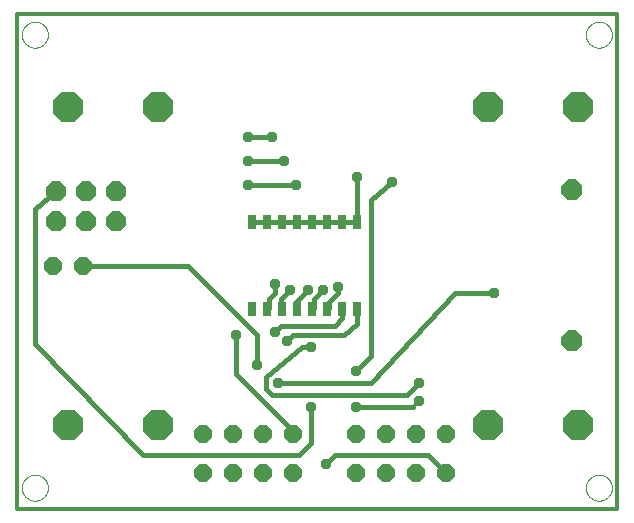
<source format=gbl>
G75*
%MOIN*%
%OFA0B0*%
%FSLAX25Y25*%
%IPPOS*%
%LPD*%
%AMOC8*
5,1,8,0,0,1.08239X$1,22.5*
%
%ADD10C,0.00000*%
%ADD11C,0.01200*%
%ADD12OC8,0.06000*%
%ADD13OC8,0.10050*%
%ADD14OC8,0.06600*%
%ADD15OC8,0.07000*%
%ADD16R,0.03000X0.05000*%
%ADD17C,0.01600*%
%ADD18OC8,0.03562*%
D10*
X0003469Y0008800D02*
X0003471Y0008931D01*
X0003477Y0009063D01*
X0003487Y0009194D01*
X0003501Y0009325D01*
X0003519Y0009455D01*
X0003541Y0009584D01*
X0003566Y0009713D01*
X0003596Y0009841D01*
X0003630Y0009968D01*
X0003667Y0010095D01*
X0003708Y0010219D01*
X0003753Y0010343D01*
X0003802Y0010465D01*
X0003854Y0010586D01*
X0003910Y0010704D01*
X0003970Y0010822D01*
X0004033Y0010937D01*
X0004100Y0011050D01*
X0004170Y0011162D01*
X0004243Y0011271D01*
X0004319Y0011377D01*
X0004399Y0011482D01*
X0004482Y0011584D01*
X0004568Y0011683D01*
X0004657Y0011780D01*
X0004749Y0011874D01*
X0004844Y0011965D01*
X0004941Y0012054D01*
X0005041Y0012139D01*
X0005144Y0012221D01*
X0005249Y0012300D01*
X0005356Y0012376D01*
X0005466Y0012448D01*
X0005578Y0012517D01*
X0005692Y0012583D01*
X0005807Y0012645D01*
X0005925Y0012704D01*
X0006044Y0012759D01*
X0006165Y0012811D01*
X0006288Y0012858D01*
X0006412Y0012902D01*
X0006537Y0012943D01*
X0006663Y0012979D01*
X0006791Y0013012D01*
X0006919Y0013040D01*
X0007048Y0013065D01*
X0007178Y0013086D01*
X0007308Y0013103D01*
X0007439Y0013116D01*
X0007570Y0013125D01*
X0007701Y0013130D01*
X0007833Y0013131D01*
X0007964Y0013128D01*
X0008096Y0013121D01*
X0008227Y0013110D01*
X0008357Y0013095D01*
X0008487Y0013076D01*
X0008617Y0013053D01*
X0008745Y0013027D01*
X0008873Y0012996D01*
X0009000Y0012961D01*
X0009126Y0012923D01*
X0009250Y0012881D01*
X0009374Y0012835D01*
X0009495Y0012785D01*
X0009615Y0012732D01*
X0009734Y0012675D01*
X0009851Y0012615D01*
X0009965Y0012551D01*
X0010078Y0012483D01*
X0010189Y0012412D01*
X0010298Y0012338D01*
X0010404Y0012261D01*
X0010508Y0012180D01*
X0010609Y0012097D01*
X0010708Y0012010D01*
X0010804Y0011920D01*
X0010897Y0011827D01*
X0010988Y0011732D01*
X0011075Y0011634D01*
X0011160Y0011533D01*
X0011241Y0011430D01*
X0011319Y0011324D01*
X0011394Y0011216D01*
X0011466Y0011106D01*
X0011534Y0010994D01*
X0011599Y0010880D01*
X0011660Y0010763D01*
X0011718Y0010645D01*
X0011772Y0010525D01*
X0011823Y0010404D01*
X0011870Y0010281D01*
X0011913Y0010157D01*
X0011952Y0010032D01*
X0011988Y0009905D01*
X0012019Y0009777D01*
X0012047Y0009649D01*
X0012071Y0009520D01*
X0012091Y0009390D01*
X0012107Y0009259D01*
X0012119Y0009128D01*
X0012127Y0008997D01*
X0012131Y0008866D01*
X0012131Y0008734D01*
X0012127Y0008603D01*
X0012119Y0008472D01*
X0012107Y0008341D01*
X0012091Y0008210D01*
X0012071Y0008080D01*
X0012047Y0007951D01*
X0012019Y0007823D01*
X0011988Y0007695D01*
X0011952Y0007568D01*
X0011913Y0007443D01*
X0011870Y0007319D01*
X0011823Y0007196D01*
X0011772Y0007075D01*
X0011718Y0006955D01*
X0011660Y0006837D01*
X0011599Y0006720D01*
X0011534Y0006606D01*
X0011466Y0006494D01*
X0011394Y0006384D01*
X0011319Y0006276D01*
X0011241Y0006170D01*
X0011160Y0006067D01*
X0011075Y0005966D01*
X0010988Y0005868D01*
X0010897Y0005773D01*
X0010804Y0005680D01*
X0010708Y0005590D01*
X0010609Y0005503D01*
X0010508Y0005420D01*
X0010404Y0005339D01*
X0010298Y0005262D01*
X0010189Y0005188D01*
X0010078Y0005117D01*
X0009966Y0005049D01*
X0009851Y0004985D01*
X0009734Y0004925D01*
X0009615Y0004868D01*
X0009495Y0004815D01*
X0009374Y0004765D01*
X0009250Y0004719D01*
X0009126Y0004677D01*
X0009000Y0004639D01*
X0008873Y0004604D01*
X0008745Y0004573D01*
X0008617Y0004547D01*
X0008487Y0004524D01*
X0008357Y0004505D01*
X0008227Y0004490D01*
X0008096Y0004479D01*
X0007964Y0004472D01*
X0007833Y0004469D01*
X0007701Y0004470D01*
X0007570Y0004475D01*
X0007439Y0004484D01*
X0007308Y0004497D01*
X0007178Y0004514D01*
X0007048Y0004535D01*
X0006919Y0004560D01*
X0006791Y0004588D01*
X0006663Y0004621D01*
X0006537Y0004657D01*
X0006412Y0004698D01*
X0006288Y0004742D01*
X0006165Y0004789D01*
X0006044Y0004841D01*
X0005925Y0004896D01*
X0005807Y0004955D01*
X0005692Y0005017D01*
X0005578Y0005083D01*
X0005466Y0005152D01*
X0005356Y0005224D01*
X0005249Y0005300D01*
X0005144Y0005379D01*
X0005041Y0005461D01*
X0004941Y0005546D01*
X0004844Y0005635D01*
X0004749Y0005726D01*
X0004657Y0005820D01*
X0004568Y0005917D01*
X0004482Y0006016D01*
X0004399Y0006118D01*
X0004319Y0006223D01*
X0004243Y0006329D01*
X0004170Y0006438D01*
X0004100Y0006550D01*
X0004033Y0006663D01*
X0003970Y0006778D01*
X0003910Y0006896D01*
X0003854Y0007014D01*
X0003802Y0007135D01*
X0003753Y0007257D01*
X0003708Y0007381D01*
X0003667Y0007505D01*
X0003630Y0007632D01*
X0003596Y0007759D01*
X0003566Y0007887D01*
X0003541Y0008016D01*
X0003519Y0008145D01*
X0003501Y0008275D01*
X0003487Y0008406D01*
X0003477Y0008537D01*
X0003471Y0008669D01*
X0003469Y0008800D01*
X0003469Y0159800D02*
X0003471Y0159931D01*
X0003477Y0160063D01*
X0003487Y0160194D01*
X0003501Y0160325D01*
X0003519Y0160455D01*
X0003541Y0160584D01*
X0003566Y0160713D01*
X0003596Y0160841D01*
X0003630Y0160968D01*
X0003667Y0161095D01*
X0003708Y0161219D01*
X0003753Y0161343D01*
X0003802Y0161465D01*
X0003854Y0161586D01*
X0003910Y0161704D01*
X0003970Y0161822D01*
X0004033Y0161937D01*
X0004100Y0162050D01*
X0004170Y0162162D01*
X0004243Y0162271D01*
X0004319Y0162377D01*
X0004399Y0162482D01*
X0004482Y0162584D01*
X0004568Y0162683D01*
X0004657Y0162780D01*
X0004749Y0162874D01*
X0004844Y0162965D01*
X0004941Y0163054D01*
X0005041Y0163139D01*
X0005144Y0163221D01*
X0005249Y0163300D01*
X0005356Y0163376D01*
X0005466Y0163448D01*
X0005578Y0163517D01*
X0005692Y0163583D01*
X0005807Y0163645D01*
X0005925Y0163704D01*
X0006044Y0163759D01*
X0006165Y0163811D01*
X0006288Y0163858D01*
X0006412Y0163902D01*
X0006537Y0163943D01*
X0006663Y0163979D01*
X0006791Y0164012D01*
X0006919Y0164040D01*
X0007048Y0164065D01*
X0007178Y0164086D01*
X0007308Y0164103D01*
X0007439Y0164116D01*
X0007570Y0164125D01*
X0007701Y0164130D01*
X0007833Y0164131D01*
X0007964Y0164128D01*
X0008096Y0164121D01*
X0008227Y0164110D01*
X0008357Y0164095D01*
X0008487Y0164076D01*
X0008617Y0164053D01*
X0008745Y0164027D01*
X0008873Y0163996D01*
X0009000Y0163961D01*
X0009126Y0163923D01*
X0009250Y0163881D01*
X0009374Y0163835D01*
X0009495Y0163785D01*
X0009615Y0163732D01*
X0009734Y0163675D01*
X0009851Y0163615D01*
X0009965Y0163551D01*
X0010078Y0163483D01*
X0010189Y0163412D01*
X0010298Y0163338D01*
X0010404Y0163261D01*
X0010508Y0163180D01*
X0010609Y0163097D01*
X0010708Y0163010D01*
X0010804Y0162920D01*
X0010897Y0162827D01*
X0010988Y0162732D01*
X0011075Y0162634D01*
X0011160Y0162533D01*
X0011241Y0162430D01*
X0011319Y0162324D01*
X0011394Y0162216D01*
X0011466Y0162106D01*
X0011534Y0161994D01*
X0011599Y0161880D01*
X0011660Y0161763D01*
X0011718Y0161645D01*
X0011772Y0161525D01*
X0011823Y0161404D01*
X0011870Y0161281D01*
X0011913Y0161157D01*
X0011952Y0161032D01*
X0011988Y0160905D01*
X0012019Y0160777D01*
X0012047Y0160649D01*
X0012071Y0160520D01*
X0012091Y0160390D01*
X0012107Y0160259D01*
X0012119Y0160128D01*
X0012127Y0159997D01*
X0012131Y0159866D01*
X0012131Y0159734D01*
X0012127Y0159603D01*
X0012119Y0159472D01*
X0012107Y0159341D01*
X0012091Y0159210D01*
X0012071Y0159080D01*
X0012047Y0158951D01*
X0012019Y0158823D01*
X0011988Y0158695D01*
X0011952Y0158568D01*
X0011913Y0158443D01*
X0011870Y0158319D01*
X0011823Y0158196D01*
X0011772Y0158075D01*
X0011718Y0157955D01*
X0011660Y0157837D01*
X0011599Y0157720D01*
X0011534Y0157606D01*
X0011466Y0157494D01*
X0011394Y0157384D01*
X0011319Y0157276D01*
X0011241Y0157170D01*
X0011160Y0157067D01*
X0011075Y0156966D01*
X0010988Y0156868D01*
X0010897Y0156773D01*
X0010804Y0156680D01*
X0010708Y0156590D01*
X0010609Y0156503D01*
X0010508Y0156420D01*
X0010404Y0156339D01*
X0010298Y0156262D01*
X0010189Y0156188D01*
X0010078Y0156117D01*
X0009966Y0156049D01*
X0009851Y0155985D01*
X0009734Y0155925D01*
X0009615Y0155868D01*
X0009495Y0155815D01*
X0009374Y0155765D01*
X0009250Y0155719D01*
X0009126Y0155677D01*
X0009000Y0155639D01*
X0008873Y0155604D01*
X0008745Y0155573D01*
X0008617Y0155547D01*
X0008487Y0155524D01*
X0008357Y0155505D01*
X0008227Y0155490D01*
X0008096Y0155479D01*
X0007964Y0155472D01*
X0007833Y0155469D01*
X0007701Y0155470D01*
X0007570Y0155475D01*
X0007439Y0155484D01*
X0007308Y0155497D01*
X0007178Y0155514D01*
X0007048Y0155535D01*
X0006919Y0155560D01*
X0006791Y0155588D01*
X0006663Y0155621D01*
X0006537Y0155657D01*
X0006412Y0155698D01*
X0006288Y0155742D01*
X0006165Y0155789D01*
X0006044Y0155841D01*
X0005925Y0155896D01*
X0005807Y0155955D01*
X0005692Y0156017D01*
X0005578Y0156083D01*
X0005466Y0156152D01*
X0005356Y0156224D01*
X0005249Y0156300D01*
X0005144Y0156379D01*
X0005041Y0156461D01*
X0004941Y0156546D01*
X0004844Y0156635D01*
X0004749Y0156726D01*
X0004657Y0156820D01*
X0004568Y0156917D01*
X0004482Y0157016D01*
X0004399Y0157118D01*
X0004319Y0157223D01*
X0004243Y0157329D01*
X0004170Y0157438D01*
X0004100Y0157550D01*
X0004033Y0157663D01*
X0003970Y0157778D01*
X0003910Y0157896D01*
X0003854Y0158014D01*
X0003802Y0158135D01*
X0003753Y0158257D01*
X0003708Y0158381D01*
X0003667Y0158505D01*
X0003630Y0158632D01*
X0003596Y0158759D01*
X0003566Y0158887D01*
X0003541Y0159016D01*
X0003519Y0159145D01*
X0003501Y0159275D01*
X0003487Y0159406D01*
X0003477Y0159537D01*
X0003471Y0159669D01*
X0003469Y0159800D01*
X0191469Y0159800D02*
X0191471Y0159931D01*
X0191477Y0160063D01*
X0191487Y0160194D01*
X0191501Y0160325D01*
X0191519Y0160455D01*
X0191541Y0160584D01*
X0191566Y0160713D01*
X0191596Y0160841D01*
X0191630Y0160968D01*
X0191667Y0161095D01*
X0191708Y0161219D01*
X0191753Y0161343D01*
X0191802Y0161465D01*
X0191854Y0161586D01*
X0191910Y0161704D01*
X0191970Y0161822D01*
X0192033Y0161937D01*
X0192100Y0162050D01*
X0192170Y0162162D01*
X0192243Y0162271D01*
X0192319Y0162377D01*
X0192399Y0162482D01*
X0192482Y0162584D01*
X0192568Y0162683D01*
X0192657Y0162780D01*
X0192749Y0162874D01*
X0192844Y0162965D01*
X0192941Y0163054D01*
X0193041Y0163139D01*
X0193144Y0163221D01*
X0193249Y0163300D01*
X0193356Y0163376D01*
X0193466Y0163448D01*
X0193578Y0163517D01*
X0193692Y0163583D01*
X0193807Y0163645D01*
X0193925Y0163704D01*
X0194044Y0163759D01*
X0194165Y0163811D01*
X0194288Y0163858D01*
X0194412Y0163902D01*
X0194537Y0163943D01*
X0194663Y0163979D01*
X0194791Y0164012D01*
X0194919Y0164040D01*
X0195048Y0164065D01*
X0195178Y0164086D01*
X0195308Y0164103D01*
X0195439Y0164116D01*
X0195570Y0164125D01*
X0195701Y0164130D01*
X0195833Y0164131D01*
X0195964Y0164128D01*
X0196096Y0164121D01*
X0196227Y0164110D01*
X0196357Y0164095D01*
X0196487Y0164076D01*
X0196617Y0164053D01*
X0196745Y0164027D01*
X0196873Y0163996D01*
X0197000Y0163961D01*
X0197126Y0163923D01*
X0197250Y0163881D01*
X0197374Y0163835D01*
X0197495Y0163785D01*
X0197615Y0163732D01*
X0197734Y0163675D01*
X0197851Y0163615D01*
X0197965Y0163551D01*
X0198078Y0163483D01*
X0198189Y0163412D01*
X0198298Y0163338D01*
X0198404Y0163261D01*
X0198508Y0163180D01*
X0198609Y0163097D01*
X0198708Y0163010D01*
X0198804Y0162920D01*
X0198897Y0162827D01*
X0198988Y0162732D01*
X0199075Y0162634D01*
X0199160Y0162533D01*
X0199241Y0162430D01*
X0199319Y0162324D01*
X0199394Y0162216D01*
X0199466Y0162106D01*
X0199534Y0161994D01*
X0199599Y0161880D01*
X0199660Y0161763D01*
X0199718Y0161645D01*
X0199772Y0161525D01*
X0199823Y0161404D01*
X0199870Y0161281D01*
X0199913Y0161157D01*
X0199952Y0161032D01*
X0199988Y0160905D01*
X0200019Y0160777D01*
X0200047Y0160649D01*
X0200071Y0160520D01*
X0200091Y0160390D01*
X0200107Y0160259D01*
X0200119Y0160128D01*
X0200127Y0159997D01*
X0200131Y0159866D01*
X0200131Y0159734D01*
X0200127Y0159603D01*
X0200119Y0159472D01*
X0200107Y0159341D01*
X0200091Y0159210D01*
X0200071Y0159080D01*
X0200047Y0158951D01*
X0200019Y0158823D01*
X0199988Y0158695D01*
X0199952Y0158568D01*
X0199913Y0158443D01*
X0199870Y0158319D01*
X0199823Y0158196D01*
X0199772Y0158075D01*
X0199718Y0157955D01*
X0199660Y0157837D01*
X0199599Y0157720D01*
X0199534Y0157606D01*
X0199466Y0157494D01*
X0199394Y0157384D01*
X0199319Y0157276D01*
X0199241Y0157170D01*
X0199160Y0157067D01*
X0199075Y0156966D01*
X0198988Y0156868D01*
X0198897Y0156773D01*
X0198804Y0156680D01*
X0198708Y0156590D01*
X0198609Y0156503D01*
X0198508Y0156420D01*
X0198404Y0156339D01*
X0198298Y0156262D01*
X0198189Y0156188D01*
X0198078Y0156117D01*
X0197966Y0156049D01*
X0197851Y0155985D01*
X0197734Y0155925D01*
X0197615Y0155868D01*
X0197495Y0155815D01*
X0197374Y0155765D01*
X0197250Y0155719D01*
X0197126Y0155677D01*
X0197000Y0155639D01*
X0196873Y0155604D01*
X0196745Y0155573D01*
X0196617Y0155547D01*
X0196487Y0155524D01*
X0196357Y0155505D01*
X0196227Y0155490D01*
X0196096Y0155479D01*
X0195964Y0155472D01*
X0195833Y0155469D01*
X0195701Y0155470D01*
X0195570Y0155475D01*
X0195439Y0155484D01*
X0195308Y0155497D01*
X0195178Y0155514D01*
X0195048Y0155535D01*
X0194919Y0155560D01*
X0194791Y0155588D01*
X0194663Y0155621D01*
X0194537Y0155657D01*
X0194412Y0155698D01*
X0194288Y0155742D01*
X0194165Y0155789D01*
X0194044Y0155841D01*
X0193925Y0155896D01*
X0193807Y0155955D01*
X0193692Y0156017D01*
X0193578Y0156083D01*
X0193466Y0156152D01*
X0193356Y0156224D01*
X0193249Y0156300D01*
X0193144Y0156379D01*
X0193041Y0156461D01*
X0192941Y0156546D01*
X0192844Y0156635D01*
X0192749Y0156726D01*
X0192657Y0156820D01*
X0192568Y0156917D01*
X0192482Y0157016D01*
X0192399Y0157118D01*
X0192319Y0157223D01*
X0192243Y0157329D01*
X0192170Y0157438D01*
X0192100Y0157550D01*
X0192033Y0157663D01*
X0191970Y0157778D01*
X0191910Y0157896D01*
X0191854Y0158014D01*
X0191802Y0158135D01*
X0191753Y0158257D01*
X0191708Y0158381D01*
X0191667Y0158505D01*
X0191630Y0158632D01*
X0191596Y0158759D01*
X0191566Y0158887D01*
X0191541Y0159016D01*
X0191519Y0159145D01*
X0191501Y0159275D01*
X0191487Y0159406D01*
X0191477Y0159537D01*
X0191471Y0159669D01*
X0191469Y0159800D01*
X0191469Y0008800D02*
X0191471Y0008931D01*
X0191477Y0009063D01*
X0191487Y0009194D01*
X0191501Y0009325D01*
X0191519Y0009455D01*
X0191541Y0009584D01*
X0191566Y0009713D01*
X0191596Y0009841D01*
X0191630Y0009968D01*
X0191667Y0010095D01*
X0191708Y0010219D01*
X0191753Y0010343D01*
X0191802Y0010465D01*
X0191854Y0010586D01*
X0191910Y0010704D01*
X0191970Y0010822D01*
X0192033Y0010937D01*
X0192100Y0011050D01*
X0192170Y0011162D01*
X0192243Y0011271D01*
X0192319Y0011377D01*
X0192399Y0011482D01*
X0192482Y0011584D01*
X0192568Y0011683D01*
X0192657Y0011780D01*
X0192749Y0011874D01*
X0192844Y0011965D01*
X0192941Y0012054D01*
X0193041Y0012139D01*
X0193144Y0012221D01*
X0193249Y0012300D01*
X0193356Y0012376D01*
X0193466Y0012448D01*
X0193578Y0012517D01*
X0193692Y0012583D01*
X0193807Y0012645D01*
X0193925Y0012704D01*
X0194044Y0012759D01*
X0194165Y0012811D01*
X0194288Y0012858D01*
X0194412Y0012902D01*
X0194537Y0012943D01*
X0194663Y0012979D01*
X0194791Y0013012D01*
X0194919Y0013040D01*
X0195048Y0013065D01*
X0195178Y0013086D01*
X0195308Y0013103D01*
X0195439Y0013116D01*
X0195570Y0013125D01*
X0195701Y0013130D01*
X0195833Y0013131D01*
X0195964Y0013128D01*
X0196096Y0013121D01*
X0196227Y0013110D01*
X0196357Y0013095D01*
X0196487Y0013076D01*
X0196617Y0013053D01*
X0196745Y0013027D01*
X0196873Y0012996D01*
X0197000Y0012961D01*
X0197126Y0012923D01*
X0197250Y0012881D01*
X0197374Y0012835D01*
X0197495Y0012785D01*
X0197615Y0012732D01*
X0197734Y0012675D01*
X0197851Y0012615D01*
X0197965Y0012551D01*
X0198078Y0012483D01*
X0198189Y0012412D01*
X0198298Y0012338D01*
X0198404Y0012261D01*
X0198508Y0012180D01*
X0198609Y0012097D01*
X0198708Y0012010D01*
X0198804Y0011920D01*
X0198897Y0011827D01*
X0198988Y0011732D01*
X0199075Y0011634D01*
X0199160Y0011533D01*
X0199241Y0011430D01*
X0199319Y0011324D01*
X0199394Y0011216D01*
X0199466Y0011106D01*
X0199534Y0010994D01*
X0199599Y0010880D01*
X0199660Y0010763D01*
X0199718Y0010645D01*
X0199772Y0010525D01*
X0199823Y0010404D01*
X0199870Y0010281D01*
X0199913Y0010157D01*
X0199952Y0010032D01*
X0199988Y0009905D01*
X0200019Y0009777D01*
X0200047Y0009649D01*
X0200071Y0009520D01*
X0200091Y0009390D01*
X0200107Y0009259D01*
X0200119Y0009128D01*
X0200127Y0008997D01*
X0200131Y0008866D01*
X0200131Y0008734D01*
X0200127Y0008603D01*
X0200119Y0008472D01*
X0200107Y0008341D01*
X0200091Y0008210D01*
X0200071Y0008080D01*
X0200047Y0007951D01*
X0200019Y0007823D01*
X0199988Y0007695D01*
X0199952Y0007568D01*
X0199913Y0007443D01*
X0199870Y0007319D01*
X0199823Y0007196D01*
X0199772Y0007075D01*
X0199718Y0006955D01*
X0199660Y0006837D01*
X0199599Y0006720D01*
X0199534Y0006606D01*
X0199466Y0006494D01*
X0199394Y0006384D01*
X0199319Y0006276D01*
X0199241Y0006170D01*
X0199160Y0006067D01*
X0199075Y0005966D01*
X0198988Y0005868D01*
X0198897Y0005773D01*
X0198804Y0005680D01*
X0198708Y0005590D01*
X0198609Y0005503D01*
X0198508Y0005420D01*
X0198404Y0005339D01*
X0198298Y0005262D01*
X0198189Y0005188D01*
X0198078Y0005117D01*
X0197966Y0005049D01*
X0197851Y0004985D01*
X0197734Y0004925D01*
X0197615Y0004868D01*
X0197495Y0004815D01*
X0197374Y0004765D01*
X0197250Y0004719D01*
X0197126Y0004677D01*
X0197000Y0004639D01*
X0196873Y0004604D01*
X0196745Y0004573D01*
X0196617Y0004547D01*
X0196487Y0004524D01*
X0196357Y0004505D01*
X0196227Y0004490D01*
X0196096Y0004479D01*
X0195964Y0004472D01*
X0195833Y0004469D01*
X0195701Y0004470D01*
X0195570Y0004475D01*
X0195439Y0004484D01*
X0195308Y0004497D01*
X0195178Y0004514D01*
X0195048Y0004535D01*
X0194919Y0004560D01*
X0194791Y0004588D01*
X0194663Y0004621D01*
X0194537Y0004657D01*
X0194412Y0004698D01*
X0194288Y0004742D01*
X0194165Y0004789D01*
X0194044Y0004841D01*
X0193925Y0004896D01*
X0193807Y0004955D01*
X0193692Y0005017D01*
X0193578Y0005083D01*
X0193466Y0005152D01*
X0193356Y0005224D01*
X0193249Y0005300D01*
X0193144Y0005379D01*
X0193041Y0005461D01*
X0192941Y0005546D01*
X0192844Y0005635D01*
X0192749Y0005726D01*
X0192657Y0005820D01*
X0192568Y0005917D01*
X0192482Y0006016D01*
X0192399Y0006118D01*
X0192319Y0006223D01*
X0192243Y0006329D01*
X0192170Y0006438D01*
X0192100Y0006550D01*
X0192033Y0006663D01*
X0191970Y0006778D01*
X0191910Y0006896D01*
X0191854Y0007014D01*
X0191802Y0007135D01*
X0191753Y0007257D01*
X0191708Y0007381D01*
X0191667Y0007505D01*
X0191630Y0007632D01*
X0191596Y0007759D01*
X0191566Y0007887D01*
X0191541Y0008016D01*
X0191519Y0008145D01*
X0191501Y0008275D01*
X0191487Y0008406D01*
X0191477Y0008537D01*
X0191471Y0008669D01*
X0191469Y0008800D01*
D11*
X0001800Y0001800D02*
X0001800Y0166800D01*
X0201800Y0166800D01*
X0201800Y0001800D01*
X0001800Y0001800D01*
X0085300Y0068233D02*
X0085800Y0068733D01*
X0089800Y0068733D02*
X0090300Y0068233D01*
X0094800Y0068733D02*
X0095300Y0068233D01*
X0100300Y0068233D02*
X0100800Y0068733D01*
X0105300Y0068233D02*
X0105800Y0068733D01*
X0135800Y0037800D02*
X0133800Y0035800D01*
X0093800Y0027800D02*
X0093800Y0026800D01*
D12*
X0093800Y0026800D03*
X0083800Y0026800D03*
X0073800Y0026800D03*
X0063800Y0026800D03*
X0063800Y0013800D03*
X0073800Y0013800D03*
X0083800Y0013800D03*
X0093800Y0013800D03*
X0114800Y0013800D03*
X0124800Y0013800D03*
X0134800Y0013800D03*
X0144800Y0013800D03*
X0144800Y0026800D03*
X0134800Y0026800D03*
X0124800Y0026800D03*
X0114800Y0026800D03*
X0023800Y0082800D03*
X0013800Y0082800D03*
D13*
X0018800Y0135800D03*
X0048800Y0135800D03*
X0158800Y0135800D03*
X0188800Y0135800D03*
X0188800Y0029800D03*
X0158800Y0029800D03*
X0048800Y0029800D03*
X0018800Y0029800D03*
D14*
X0014800Y0097800D03*
X0014800Y0107800D03*
X0024800Y0107800D03*
X0024800Y0097800D03*
X0034800Y0097800D03*
X0034800Y0107800D03*
D15*
X0186800Y0107997D03*
X0186800Y0057603D03*
D16*
X0115300Y0068233D03*
X0110300Y0068233D03*
X0105300Y0068233D03*
X0100300Y0068233D03*
X0095300Y0068233D03*
X0090300Y0068233D03*
X0085300Y0068233D03*
X0080300Y0068233D03*
X0080300Y0097367D03*
X0085300Y0097367D03*
X0090300Y0097367D03*
X0095300Y0097367D03*
X0100300Y0097367D03*
X0105300Y0097367D03*
X0110300Y0097367D03*
X0115300Y0097367D03*
D17*
X0115300Y0112300D01*
X0119800Y0104800D02*
X0126800Y0110800D01*
X0119800Y0104800D02*
X0119800Y0052800D01*
X0114800Y0047800D01*
X0119800Y0043800D02*
X0147800Y0073800D01*
X0160800Y0073800D01*
X0135800Y0043800D02*
X0131800Y0039800D01*
X0086800Y0039800D01*
X0084800Y0041800D01*
X0084800Y0045800D01*
X0096800Y0055800D01*
X0099800Y0055800D01*
X0093800Y0059800D02*
X0091800Y0057800D01*
X0093800Y0059800D02*
X0110800Y0059800D01*
X0115300Y0063300D01*
X0115300Y0068233D01*
X0110300Y0068233D02*
X0110300Y0065300D01*
X0107800Y0062800D01*
X0089800Y0062800D01*
X0087800Y0060800D01*
X0081800Y0059800D02*
X0058800Y0082800D01*
X0023800Y0082800D01*
X0007800Y0101800D02*
X0014800Y0107800D01*
X0007800Y0101800D02*
X0007800Y0056800D01*
X0043800Y0019800D01*
X0095800Y0019800D01*
X0099800Y0023800D01*
X0099800Y0035800D01*
X0093800Y0027800D02*
X0074800Y0046800D01*
X0074800Y0059800D01*
X0081800Y0059800D02*
X0081800Y0049800D01*
X0088800Y0043800D02*
X0119800Y0043800D01*
X0114800Y0035800D02*
X0133800Y0035800D01*
X0138800Y0019800D02*
X0107800Y0019800D01*
X0104800Y0016800D01*
X0138800Y0019800D02*
X0144800Y0013800D01*
X0105800Y0068733D02*
X0105800Y0070800D01*
X0108800Y0073800D01*
X0108800Y0075800D01*
X0103800Y0074800D02*
X0100800Y0071800D01*
X0100800Y0068733D01*
X0094800Y0068733D02*
X0094800Y0070800D01*
X0098800Y0074800D01*
X0092800Y0074800D02*
X0089800Y0071800D01*
X0089800Y0068733D01*
X0085800Y0068733D02*
X0085800Y0071800D01*
X0087800Y0073800D01*
X0087800Y0076800D01*
X0085300Y0097367D02*
X0080300Y0097367D01*
X0085300Y0097367D02*
X0090300Y0097367D01*
X0095300Y0097367D01*
X0100300Y0097367D01*
X0105300Y0097367D01*
X0110300Y0097367D01*
X0115300Y0097367D01*
X0094800Y0109800D02*
X0078800Y0109800D01*
X0078800Y0117800D02*
X0090800Y0117800D01*
X0086800Y0125800D02*
X0078800Y0125800D01*
D18*
X0078800Y0125800D03*
X0086800Y0125800D03*
X0090800Y0117800D03*
X0094800Y0109800D03*
X0078800Y0109800D03*
X0078800Y0117800D03*
X0115300Y0112300D03*
X0126800Y0110800D03*
X0087800Y0076800D03*
X0092800Y0074800D03*
X0098800Y0074800D03*
X0103800Y0074800D03*
X0108800Y0075800D03*
X0091800Y0057800D03*
X0087800Y0060800D03*
X0099800Y0055800D03*
X0114800Y0047800D03*
X0114800Y0035800D03*
X0099800Y0035800D03*
X0088800Y0043800D03*
X0081800Y0049800D03*
X0074800Y0059800D03*
X0104800Y0016800D03*
X0135800Y0037800D03*
X0135800Y0043800D03*
X0160800Y0073800D03*
M02*

</source>
